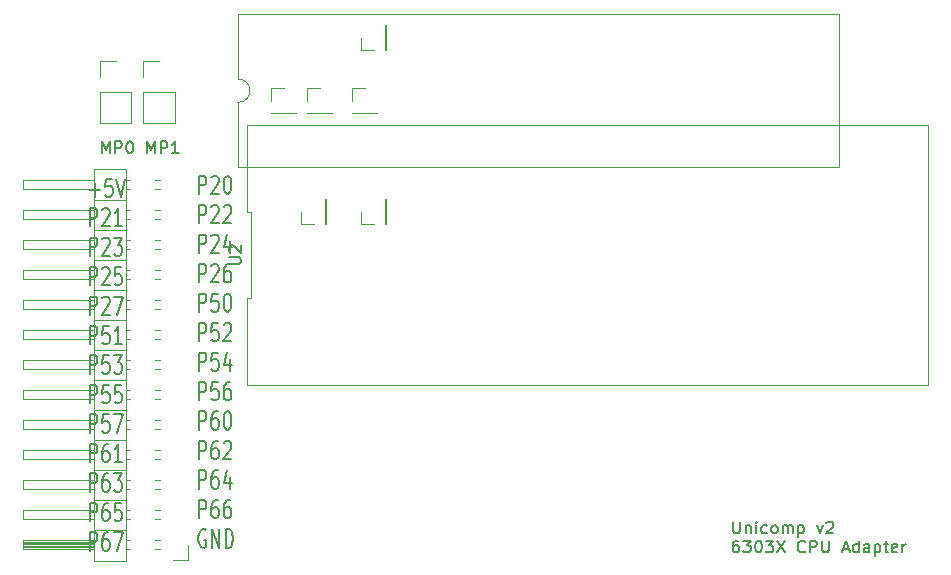
<source format=gbr>
%TF.GenerationSoftware,KiCad,Pcbnew,7.0.9-7.0.9~ubuntu20.04.1*%
%TF.CreationDate,2023-12-27T13:11:39+01:00*%
%TF.ProjectId,6303X_SDIP_Addon,36333033-585f-4534-9449-505f4164646f,rev?*%
%TF.SameCoordinates,Original*%
%TF.FileFunction,Legend,Top*%
%TF.FilePolarity,Positive*%
%FSLAX46Y46*%
G04 Gerber Fmt 4.6, Leading zero omitted, Abs format (unit mm)*
G04 Created by KiCad (PCBNEW 7.0.9-7.0.9~ubuntu20.04.1) date 2023-12-27 13:11:39*
%MOMM*%
%LPD*%
G01*
G04 APERTURE LIST*
%ADD10C,0.150000*%
%ADD11C,0.120000*%
G04 APERTURE END LIST*
D10*
X160864779Y-50410819D02*
X160864779Y-49410819D01*
X160864779Y-49410819D02*
X161198112Y-50125104D01*
X161198112Y-50125104D02*
X161531445Y-49410819D01*
X161531445Y-49410819D02*
X161531445Y-50410819D01*
X162007636Y-50410819D02*
X162007636Y-49410819D01*
X162007636Y-49410819D02*
X162388588Y-49410819D01*
X162388588Y-49410819D02*
X162483826Y-49458438D01*
X162483826Y-49458438D02*
X162531445Y-49506057D01*
X162531445Y-49506057D02*
X162579064Y-49601295D01*
X162579064Y-49601295D02*
X162579064Y-49744152D01*
X162579064Y-49744152D02*
X162531445Y-49839390D01*
X162531445Y-49839390D02*
X162483826Y-49887009D01*
X162483826Y-49887009D02*
X162388588Y-49934628D01*
X162388588Y-49934628D02*
X162007636Y-49934628D01*
X163198112Y-49410819D02*
X163293350Y-49410819D01*
X163293350Y-49410819D02*
X163388588Y-49458438D01*
X163388588Y-49458438D02*
X163436207Y-49506057D01*
X163436207Y-49506057D02*
X163483826Y-49601295D01*
X163483826Y-49601295D02*
X163531445Y-49791771D01*
X163531445Y-49791771D02*
X163531445Y-50029866D01*
X163531445Y-50029866D02*
X163483826Y-50220342D01*
X163483826Y-50220342D02*
X163436207Y-50315580D01*
X163436207Y-50315580D02*
X163388588Y-50363200D01*
X163388588Y-50363200D02*
X163293350Y-50410819D01*
X163293350Y-50410819D02*
X163198112Y-50410819D01*
X163198112Y-50410819D02*
X163102874Y-50363200D01*
X163102874Y-50363200D02*
X163055255Y-50315580D01*
X163055255Y-50315580D02*
X163007636Y-50220342D01*
X163007636Y-50220342D02*
X162960017Y-50029866D01*
X162960017Y-50029866D02*
X162960017Y-49791771D01*
X162960017Y-49791771D02*
X163007636Y-49601295D01*
X163007636Y-49601295D02*
X163055255Y-49506057D01*
X163055255Y-49506057D02*
X163102874Y-49458438D01*
X163102874Y-49458438D02*
X163198112Y-49410819D01*
X164721922Y-50410819D02*
X164721922Y-49410819D01*
X164721922Y-49410819D02*
X165055255Y-50125104D01*
X165055255Y-50125104D02*
X165388588Y-49410819D01*
X165388588Y-49410819D02*
X165388588Y-50410819D01*
X165864779Y-50410819D02*
X165864779Y-49410819D01*
X165864779Y-49410819D02*
X166245731Y-49410819D01*
X166245731Y-49410819D02*
X166340969Y-49458438D01*
X166340969Y-49458438D02*
X166388588Y-49506057D01*
X166388588Y-49506057D02*
X166436207Y-49601295D01*
X166436207Y-49601295D02*
X166436207Y-49744152D01*
X166436207Y-49744152D02*
X166388588Y-49839390D01*
X166388588Y-49839390D02*
X166340969Y-49887009D01*
X166340969Y-49887009D02*
X166245731Y-49934628D01*
X166245731Y-49934628D02*
X165864779Y-49934628D01*
X167388588Y-50410819D02*
X166817160Y-50410819D01*
X167102874Y-50410819D02*
X167102874Y-49410819D01*
X167102874Y-49410819D02*
X167007636Y-49553676D01*
X167007636Y-49553676D02*
X166912398Y-49648914D01*
X166912398Y-49648914D02*
X166817160Y-49696533D01*
X159860588Y-53516033D02*
X160698684Y-53516033D01*
X160279636Y-54106509D02*
X160279636Y-52925557D01*
X161746303Y-52556509D02*
X161222493Y-52556509D01*
X161222493Y-52556509D02*
X161170112Y-53294604D01*
X161170112Y-53294604D02*
X161222493Y-53220795D01*
X161222493Y-53220795D02*
X161327255Y-53146985D01*
X161327255Y-53146985D02*
X161589160Y-53146985D01*
X161589160Y-53146985D02*
X161693922Y-53220795D01*
X161693922Y-53220795D02*
X161746303Y-53294604D01*
X161746303Y-53294604D02*
X161798684Y-53442223D01*
X161798684Y-53442223D02*
X161798684Y-53811271D01*
X161798684Y-53811271D02*
X161746303Y-53958890D01*
X161746303Y-53958890D02*
X161693922Y-54032700D01*
X161693922Y-54032700D02*
X161589160Y-54106509D01*
X161589160Y-54106509D02*
X161327255Y-54106509D01*
X161327255Y-54106509D02*
X161222493Y-54032700D01*
X161222493Y-54032700D02*
X161170112Y-53958890D01*
X162112969Y-52556509D02*
X162479636Y-54106509D01*
X162479636Y-54106509D02*
X162846303Y-52556509D01*
X159860588Y-56602009D02*
X159860588Y-55052009D01*
X159860588Y-55052009D02*
X160279636Y-55052009D01*
X160279636Y-55052009D02*
X160384398Y-55125819D01*
X160384398Y-55125819D02*
X160436779Y-55199628D01*
X160436779Y-55199628D02*
X160489160Y-55347247D01*
X160489160Y-55347247D02*
X160489160Y-55568676D01*
X160489160Y-55568676D02*
X160436779Y-55716295D01*
X160436779Y-55716295D02*
X160384398Y-55790104D01*
X160384398Y-55790104D02*
X160279636Y-55863914D01*
X160279636Y-55863914D02*
X159860588Y-55863914D01*
X160908207Y-55199628D02*
X160960588Y-55125819D01*
X160960588Y-55125819D02*
X161065350Y-55052009D01*
X161065350Y-55052009D02*
X161327255Y-55052009D01*
X161327255Y-55052009D02*
X161432017Y-55125819D01*
X161432017Y-55125819D02*
X161484398Y-55199628D01*
X161484398Y-55199628D02*
X161536779Y-55347247D01*
X161536779Y-55347247D02*
X161536779Y-55494866D01*
X161536779Y-55494866D02*
X161484398Y-55716295D01*
X161484398Y-55716295D02*
X160855826Y-56602009D01*
X160855826Y-56602009D02*
X161536779Y-56602009D01*
X162584398Y-56602009D02*
X161955826Y-56602009D01*
X162270112Y-56602009D02*
X162270112Y-55052009D01*
X162270112Y-55052009D02*
X162165350Y-55273438D01*
X162165350Y-55273438D02*
X162060588Y-55421057D01*
X162060588Y-55421057D02*
X161955826Y-55494866D01*
X159860588Y-59097509D02*
X159860588Y-57547509D01*
X159860588Y-57547509D02*
X160279636Y-57547509D01*
X160279636Y-57547509D02*
X160384398Y-57621319D01*
X160384398Y-57621319D02*
X160436779Y-57695128D01*
X160436779Y-57695128D02*
X160489160Y-57842747D01*
X160489160Y-57842747D02*
X160489160Y-58064176D01*
X160489160Y-58064176D02*
X160436779Y-58211795D01*
X160436779Y-58211795D02*
X160384398Y-58285604D01*
X160384398Y-58285604D02*
X160279636Y-58359414D01*
X160279636Y-58359414D02*
X159860588Y-58359414D01*
X160908207Y-57695128D02*
X160960588Y-57621319D01*
X160960588Y-57621319D02*
X161065350Y-57547509D01*
X161065350Y-57547509D02*
X161327255Y-57547509D01*
X161327255Y-57547509D02*
X161432017Y-57621319D01*
X161432017Y-57621319D02*
X161484398Y-57695128D01*
X161484398Y-57695128D02*
X161536779Y-57842747D01*
X161536779Y-57842747D02*
X161536779Y-57990366D01*
X161536779Y-57990366D02*
X161484398Y-58211795D01*
X161484398Y-58211795D02*
X160855826Y-59097509D01*
X160855826Y-59097509D02*
X161536779Y-59097509D01*
X161903445Y-57547509D02*
X162584398Y-57547509D01*
X162584398Y-57547509D02*
X162217731Y-58137985D01*
X162217731Y-58137985D02*
X162374874Y-58137985D01*
X162374874Y-58137985D02*
X162479636Y-58211795D01*
X162479636Y-58211795D02*
X162532017Y-58285604D01*
X162532017Y-58285604D02*
X162584398Y-58433223D01*
X162584398Y-58433223D02*
X162584398Y-58802271D01*
X162584398Y-58802271D02*
X162532017Y-58949890D01*
X162532017Y-58949890D02*
X162479636Y-59023700D01*
X162479636Y-59023700D02*
X162374874Y-59097509D01*
X162374874Y-59097509D02*
X162060588Y-59097509D01*
X162060588Y-59097509D02*
X161955826Y-59023700D01*
X161955826Y-59023700D02*
X161903445Y-58949890D01*
X159860588Y-61593009D02*
X159860588Y-60043009D01*
X159860588Y-60043009D02*
X160279636Y-60043009D01*
X160279636Y-60043009D02*
X160384398Y-60116819D01*
X160384398Y-60116819D02*
X160436779Y-60190628D01*
X160436779Y-60190628D02*
X160489160Y-60338247D01*
X160489160Y-60338247D02*
X160489160Y-60559676D01*
X160489160Y-60559676D02*
X160436779Y-60707295D01*
X160436779Y-60707295D02*
X160384398Y-60781104D01*
X160384398Y-60781104D02*
X160279636Y-60854914D01*
X160279636Y-60854914D02*
X159860588Y-60854914D01*
X160908207Y-60190628D02*
X160960588Y-60116819D01*
X160960588Y-60116819D02*
X161065350Y-60043009D01*
X161065350Y-60043009D02*
X161327255Y-60043009D01*
X161327255Y-60043009D02*
X161432017Y-60116819D01*
X161432017Y-60116819D02*
X161484398Y-60190628D01*
X161484398Y-60190628D02*
X161536779Y-60338247D01*
X161536779Y-60338247D02*
X161536779Y-60485866D01*
X161536779Y-60485866D02*
X161484398Y-60707295D01*
X161484398Y-60707295D02*
X160855826Y-61593009D01*
X160855826Y-61593009D02*
X161536779Y-61593009D01*
X162532017Y-60043009D02*
X162008207Y-60043009D01*
X162008207Y-60043009D02*
X161955826Y-60781104D01*
X161955826Y-60781104D02*
X162008207Y-60707295D01*
X162008207Y-60707295D02*
X162112969Y-60633485D01*
X162112969Y-60633485D02*
X162374874Y-60633485D01*
X162374874Y-60633485D02*
X162479636Y-60707295D01*
X162479636Y-60707295D02*
X162532017Y-60781104D01*
X162532017Y-60781104D02*
X162584398Y-60928723D01*
X162584398Y-60928723D02*
X162584398Y-61297771D01*
X162584398Y-61297771D02*
X162532017Y-61445390D01*
X162532017Y-61445390D02*
X162479636Y-61519200D01*
X162479636Y-61519200D02*
X162374874Y-61593009D01*
X162374874Y-61593009D02*
X162112969Y-61593009D01*
X162112969Y-61593009D02*
X162008207Y-61519200D01*
X162008207Y-61519200D02*
X161955826Y-61445390D01*
X159860588Y-64088509D02*
X159860588Y-62538509D01*
X159860588Y-62538509D02*
X160279636Y-62538509D01*
X160279636Y-62538509D02*
X160384398Y-62612319D01*
X160384398Y-62612319D02*
X160436779Y-62686128D01*
X160436779Y-62686128D02*
X160489160Y-62833747D01*
X160489160Y-62833747D02*
X160489160Y-63055176D01*
X160489160Y-63055176D02*
X160436779Y-63202795D01*
X160436779Y-63202795D02*
X160384398Y-63276604D01*
X160384398Y-63276604D02*
X160279636Y-63350414D01*
X160279636Y-63350414D02*
X159860588Y-63350414D01*
X160908207Y-62686128D02*
X160960588Y-62612319D01*
X160960588Y-62612319D02*
X161065350Y-62538509D01*
X161065350Y-62538509D02*
X161327255Y-62538509D01*
X161327255Y-62538509D02*
X161432017Y-62612319D01*
X161432017Y-62612319D02*
X161484398Y-62686128D01*
X161484398Y-62686128D02*
X161536779Y-62833747D01*
X161536779Y-62833747D02*
X161536779Y-62981366D01*
X161536779Y-62981366D02*
X161484398Y-63202795D01*
X161484398Y-63202795D02*
X160855826Y-64088509D01*
X160855826Y-64088509D02*
X161536779Y-64088509D01*
X161903445Y-62538509D02*
X162636779Y-62538509D01*
X162636779Y-62538509D02*
X162165350Y-64088509D01*
X159860588Y-66584009D02*
X159860588Y-65034009D01*
X159860588Y-65034009D02*
X160279636Y-65034009D01*
X160279636Y-65034009D02*
X160384398Y-65107819D01*
X160384398Y-65107819D02*
X160436779Y-65181628D01*
X160436779Y-65181628D02*
X160489160Y-65329247D01*
X160489160Y-65329247D02*
X160489160Y-65550676D01*
X160489160Y-65550676D02*
X160436779Y-65698295D01*
X160436779Y-65698295D02*
X160384398Y-65772104D01*
X160384398Y-65772104D02*
X160279636Y-65845914D01*
X160279636Y-65845914D02*
X159860588Y-65845914D01*
X161484398Y-65034009D02*
X160960588Y-65034009D01*
X160960588Y-65034009D02*
X160908207Y-65772104D01*
X160908207Y-65772104D02*
X160960588Y-65698295D01*
X160960588Y-65698295D02*
X161065350Y-65624485D01*
X161065350Y-65624485D02*
X161327255Y-65624485D01*
X161327255Y-65624485D02*
X161432017Y-65698295D01*
X161432017Y-65698295D02*
X161484398Y-65772104D01*
X161484398Y-65772104D02*
X161536779Y-65919723D01*
X161536779Y-65919723D02*
X161536779Y-66288771D01*
X161536779Y-66288771D02*
X161484398Y-66436390D01*
X161484398Y-66436390D02*
X161432017Y-66510200D01*
X161432017Y-66510200D02*
X161327255Y-66584009D01*
X161327255Y-66584009D02*
X161065350Y-66584009D01*
X161065350Y-66584009D02*
X160960588Y-66510200D01*
X160960588Y-66510200D02*
X160908207Y-66436390D01*
X162584398Y-66584009D02*
X161955826Y-66584009D01*
X162270112Y-66584009D02*
X162270112Y-65034009D01*
X162270112Y-65034009D02*
X162165350Y-65255438D01*
X162165350Y-65255438D02*
X162060588Y-65403057D01*
X162060588Y-65403057D02*
X161955826Y-65476866D01*
X159860588Y-69079509D02*
X159860588Y-67529509D01*
X159860588Y-67529509D02*
X160279636Y-67529509D01*
X160279636Y-67529509D02*
X160384398Y-67603319D01*
X160384398Y-67603319D02*
X160436779Y-67677128D01*
X160436779Y-67677128D02*
X160489160Y-67824747D01*
X160489160Y-67824747D02*
X160489160Y-68046176D01*
X160489160Y-68046176D02*
X160436779Y-68193795D01*
X160436779Y-68193795D02*
X160384398Y-68267604D01*
X160384398Y-68267604D02*
X160279636Y-68341414D01*
X160279636Y-68341414D02*
X159860588Y-68341414D01*
X161484398Y-67529509D02*
X160960588Y-67529509D01*
X160960588Y-67529509D02*
X160908207Y-68267604D01*
X160908207Y-68267604D02*
X160960588Y-68193795D01*
X160960588Y-68193795D02*
X161065350Y-68119985D01*
X161065350Y-68119985D02*
X161327255Y-68119985D01*
X161327255Y-68119985D02*
X161432017Y-68193795D01*
X161432017Y-68193795D02*
X161484398Y-68267604D01*
X161484398Y-68267604D02*
X161536779Y-68415223D01*
X161536779Y-68415223D02*
X161536779Y-68784271D01*
X161536779Y-68784271D02*
X161484398Y-68931890D01*
X161484398Y-68931890D02*
X161432017Y-69005700D01*
X161432017Y-69005700D02*
X161327255Y-69079509D01*
X161327255Y-69079509D02*
X161065350Y-69079509D01*
X161065350Y-69079509D02*
X160960588Y-69005700D01*
X160960588Y-69005700D02*
X160908207Y-68931890D01*
X161903445Y-67529509D02*
X162584398Y-67529509D01*
X162584398Y-67529509D02*
X162217731Y-68119985D01*
X162217731Y-68119985D02*
X162374874Y-68119985D01*
X162374874Y-68119985D02*
X162479636Y-68193795D01*
X162479636Y-68193795D02*
X162532017Y-68267604D01*
X162532017Y-68267604D02*
X162584398Y-68415223D01*
X162584398Y-68415223D02*
X162584398Y-68784271D01*
X162584398Y-68784271D02*
X162532017Y-68931890D01*
X162532017Y-68931890D02*
X162479636Y-69005700D01*
X162479636Y-69005700D02*
X162374874Y-69079509D01*
X162374874Y-69079509D02*
X162060588Y-69079509D01*
X162060588Y-69079509D02*
X161955826Y-69005700D01*
X161955826Y-69005700D02*
X161903445Y-68931890D01*
X159860588Y-71575009D02*
X159860588Y-70025009D01*
X159860588Y-70025009D02*
X160279636Y-70025009D01*
X160279636Y-70025009D02*
X160384398Y-70098819D01*
X160384398Y-70098819D02*
X160436779Y-70172628D01*
X160436779Y-70172628D02*
X160489160Y-70320247D01*
X160489160Y-70320247D02*
X160489160Y-70541676D01*
X160489160Y-70541676D02*
X160436779Y-70689295D01*
X160436779Y-70689295D02*
X160384398Y-70763104D01*
X160384398Y-70763104D02*
X160279636Y-70836914D01*
X160279636Y-70836914D02*
X159860588Y-70836914D01*
X161484398Y-70025009D02*
X160960588Y-70025009D01*
X160960588Y-70025009D02*
X160908207Y-70763104D01*
X160908207Y-70763104D02*
X160960588Y-70689295D01*
X160960588Y-70689295D02*
X161065350Y-70615485D01*
X161065350Y-70615485D02*
X161327255Y-70615485D01*
X161327255Y-70615485D02*
X161432017Y-70689295D01*
X161432017Y-70689295D02*
X161484398Y-70763104D01*
X161484398Y-70763104D02*
X161536779Y-70910723D01*
X161536779Y-70910723D02*
X161536779Y-71279771D01*
X161536779Y-71279771D02*
X161484398Y-71427390D01*
X161484398Y-71427390D02*
X161432017Y-71501200D01*
X161432017Y-71501200D02*
X161327255Y-71575009D01*
X161327255Y-71575009D02*
X161065350Y-71575009D01*
X161065350Y-71575009D02*
X160960588Y-71501200D01*
X160960588Y-71501200D02*
X160908207Y-71427390D01*
X162532017Y-70025009D02*
X162008207Y-70025009D01*
X162008207Y-70025009D02*
X161955826Y-70763104D01*
X161955826Y-70763104D02*
X162008207Y-70689295D01*
X162008207Y-70689295D02*
X162112969Y-70615485D01*
X162112969Y-70615485D02*
X162374874Y-70615485D01*
X162374874Y-70615485D02*
X162479636Y-70689295D01*
X162479636Y-70689295D02*
X162532017Y-70763104D01*
X162532017Y-70763104D02*
X162584398Y-70910723D01*
X162584398Y-70910723D02*
X162584398Y-71279771D01*
X162584398Y-71279771D02*
X162532017Y-71427390D01*
X162532017Y-71427390D02*
X162479636Y-71501200D01*
X162479636Y-71501200D02*
X162374874Y-71575009D01*
X162374874Y-71575009D02*
X162112969Y-71575009D01*
X162112969Y-71575009D02*
X162008207Y-71501200D01*
X162008207Y-71501200D02*
X161955826Y-71427390D01*
X159860588Y-74070509D02*
X159860588Y-72520509D01*
X159860588Y-72520509D02*
X160279636Y-72520509D01*
X160279636Y-72520509D02*
X160384398Y-72594319D01*
X160384398Y-72594319D02*
X160436779Y-72668128D01*
X160436779Y-72668128D02*
X160489160Y-72815747D01*
X160489160Y-72815747D02*
X160489160Y-73037176D01*
X160489160Y-73037176D02*
X160436779Y-73184795D01*
X160436779Y-73184795D02*
X160384398Y-73258604D01*
X160384398Y-73258604D02*
X160279636Y-73332414D01*
X160279636Y-73332414D02*
X159860588Y-73332414D01*
X161484398Y-72520509D02*
X160960588Y-72520509D01*
X160960588Y-72520509D02*
X160908207Y-73258604D01*
X160908207Y-73258604D02*
X160960588Y-73184795D01*
X160960588Y-73184795D02*
X161065350Y-73110985D01*
X161065350Y-73110985D02*
X161327255Y-73110985D01*
X161327255Y-73110985D02*
X161432017Y-73184795D01*
X161432017Y-73184795D02*
X161484398Y-73258604D01*
X161484398Y-73258604D02*
X161536779Y-73406223D01*
X161536779Y-73406223D02*
X161536779Y-73775271D01*
X161536779Y-73775271D02*
X161484398Y-73922890D01*
X161484398Y-73922890D02*
X161432017Y-73996700D01*
X161432017Y-73996700D02*
X161327255Y-74070509D01*
X161327255Y-74070509D02*
X161065350Y-74070509D01*
X161065350Y-74070509D02*
X160960588Y-73996700D01*
X160960588Y-73996700D02*
X160908207Y-73922890D01*
X161903445Y-72520509D02*
X162636779Y-72520509D01*
X162636779Y-72520509D02*
X162165350Y-74070509D01*
X159860588Y-76566009D02*
X159860588Y-75016009D01*
X159860588Y-75016009D02*
X160279636Y-75016009D01*
X160279636Y-75016009D02*
X160384398Y-75089819D01*
X160384398Y-75089819D02*
X160436779Y-75163628D01*
X160436779Y-75163628D02*
X160489160Y-75311247D01*
X160489160Y-75311247D02*
X160489160Y-75532676D01*
X160489160Y-75532676D02*
X160436779Y-75680295D01*
X160436779Y-75680295D02*
X160384398Y-75754104D01*
X160384398Y-75754104D02*
X160279636Y-75827914D01*
X160279636Y-75827914D02*
X159860588Y-75827914D01*
X161432017Y-75016009D02*
X161222493Y-75016009D01*
X161222493Y-75016009D02*
X161117731Y-75089819D01*
X161117731Y-75089819D02*
X161065350Y-75163628D01*
X161065350Y-75163628D02*
X160960588Y-75385057D01*
X160960588Y-75385057D02*
X160908207Y-75680295D01*
X160908207Y-75680295D02*
X160908207Y-76270771D01*
X160908207Y-76270771D02*
X160960588Y-76418390D01*
X160960588Y-76418390D02*
X161012969Y-76492200D01*
X161012969Y-76492200D02*
X161117731Y-76566009D01*
X161117731Y-76566009D02*
X161327255Y-76566009D01*
X161327255Y-76566009D02*
X161432017Y-76492200D01*
X161432017Y-76492200D02*
X161484398Y-76418390D01*
X161484398Y-76418390D02*
X161536779Y-76270771D01*
X161536779Y-76270771D02*
X161536779Y-75901723D01*
X161536779Y-75901723D02*
X161484398Y-75754104D01*
X161484398Y-75754104D02*
X161432017Y-75680295D01*
X161432017Y-75680295D02*
X161327255Y-75606485D01*
X161327255Y-75606485D02*
X161117731Y-75606485D01*
X161117731Y-75606485D02*
X161012969Y-75680295D01*
X161012969Y-75680295D02*
X160960588Y-75754104D01*
X160960588Y-75754104D02*
X160908207Y-75901723D01*
X162584398Y-76566009D02*
X161955826Y-76566009D01*
X162270112Y-76566009D02*
X162270112Y-75016009D01*
X162270112Y-75016009D02*
X162165350Y-75237438D01*
X162165350Y-75237438D02*
X162060588Y-75385057D01*
X162060588Y-75385057D02*
X161955826Y-75458866D01*
X159860588Y-79061509D02*
X159860588Y-77511509D01*
X159860588Y-77511509D02*
X160279636Y-77511509D01*
X160279636Y-77511509D02*
X160384398Y-77585319D01*
X160384398Y-77585319D02*
X160436779Y-77659128D01*
X160436779Y-77659128D02*
X160489160Y-77806747D01*
X160489160Y-77806747D02*
X160489160Y-78028176D01*
X160489160Y-78028176D02*
X160436779Y-78175795D01*
X160436779Y-78175795D02*
X160384398Y-78249604D01*
X160384398Y-78249604D02*
X160279636Y-78323414D01*
X160279636Y-78323414D02*
X159860588Y-78323414D01*
X161432017Y-77511509D02*
X161222493Y-77511509D01*
X161222493Y-77511509D02*
X161117731Y-77585319D01*
X161117731Y-77585319D02*
X161065350Y-77659128D01*
X161065350Y-77659128D02*
X160960588Y-77880557D01*
X160960588Y-77880557D02*
X160908207Y-78175795D01*
X160908207Y-78175795D02*
X160908207Y-78766271D01*
X160908207Y-78766271D02*
X160960588Y-78913890D01*
X160960588Y-78913890D02*
X161012969Y-78987700D01*
X161012969Y-78987700D02*
X161117731Y-79061509D01*
X161117731Y-79061509D02*
X161327255Y-79061509D01*
X161327255Y-79061509D02*
X161432017Y-78987700D01*
X161432017Y-78987700D02*
X161484398Y-78913890D01*
X161484398Y-78913890D02*
X161536779Y-78766271D01*
X161536779Y-78766271D02*
X161536779Y-78397223D01*
X161536779Y-78397223D02*
X161484398Y-78249604D01*
X161484398Y-78249604D02*
X161432017Y-78175795D01*
X161432017Y-78175795D02*
X161327255Y-78101985D01*
X161327255Y-78101985D02*
X161117731Y-78101985D01*
X161117731Y-78101985D02*
X161012969Y-78175795D01*
X161012969Y-78175795D02*
X160960588Y-78249604D01*
X160960588Y-78249604D02*
X160908207Y-78397223D01*
X161903445Y-77511509D02*
X162584398Y-77511509D01*
X162584398Y-77511509D02*
X162217731Y-78101985D01*
X162217731Y-78101985D02*
X162374874Y-78101985D01*
X162374874Y-78101985D02*
X162479636Y-78175795D01*
X162479636Y-78175795D02*
X162532017Y-78249604D01*
X162532017Y-78249604D02*
X162584398Y-78397223D01*
X162584398Y-78397223D02*
X162584398Y-78766271D01*
X162584398Y-78766271D02*
X162532017Y-78913890D01*
X162532017Y-78913890D02*
X162479636Y-78987700D01*
X162479636Y-78987700D02*
X162374874Y-79061509D01*
X162374874Y-79061509D02*
X162060588Y-79061509D01*
X162060588Y-79061509D02*
X161955826Y-78987700D01*
X161955826Y-78987700D02*
X161903445Y-78913890D01*
X159860588Y-81557009D02*
X159860588Y-80007009D01*
X159860588Y-80007009D02*
X160279636Y-80007009D01*
X160279636Y-80007009D02*
X160384398Y-80080819D01*
X160384398Y-80080819D02*
X160436779Y-80154628D01*
X160436779Y-80154628D02*
X160489160Y-80302247D01*
X160489160Y-80302247D02*
X160489160Y-80523676D01*
X160489160Y-80523676D02*
X160436779Y-80671295D01*
X160436779Y-80671295D02*
X160384398Y-80745104D01*
X160384398Y-80745104D02*
X160279636Y-80818914D01*
X160279636Y-80818914D02*
X159860588Y-80818914D01*
X161432017Y-80007009D02*
X161222493Y-80007009D01*
X161222493Y-80007009D02*
X161117731Y-80080819D01*
X161117731Y-80080819D02*
X161065350Y-80154628D01*
X161065350Y-80154628D02*
X160960588Y-80376057D01*
X160960588Y-80376057D02*
X160908207Y-80671295D01*
X160908207Y-80671295D02*
X160908207Y-81261771D01*
X160908207Y-81261771D02*
X160960588Y-81409390D01*
X160960588Y-81409390D02*
X161012969Y-81483200D01*
X161012969Y-81483200D02*
X161117731Y-81557009D01*
X161117731Y-81557009D02*
X161327255Y-81557009D01*
X161327255Y-81557009D02*
X161432017Y-81483200D01*
X161432017Y-81483200D02*
X161484398Y-81409390D01*
X161484398Y-81409390D02*
X161536779Y-81261771D01*
X161536779Y-81261771D02*
X161536779Y-80892723D01*
X161536779Y-80892723D02*
X161484398Y-80745104D01*
X161484398Y-80745104D02*
X161432017Y-80671295D01*
X161432017Y-80671295D02*
X161327255Y-80597485D01*
X161327255Y-80597485D02*
X161117731Y-80597485D01*
X161117731Y-80597485D02*
X161012969Y-80671295D01*
X161012969Y-80671295D02*
X160960588Y-80745104D01*
X160960588Y-80745104D02*
X160908207Y-80892723D01*
X162532017Y-80007009D02*
X162008207Y-80007009D01*
X162008207Y-80007009D02*
X161955826Y-80745104D01*
X161955826Y-80745104D02*
X162008207Y-80671295D01*
X162008207Y-80671295D02*
X162112969Y-80597485D01*
X162112969Y-80597485D02*
X162374874Y-80597485D01*
X162374874Y-80597485D02*
X162479636Y-80671295D01*
X162479636Y-80671295D02*
X162532017Y-80745104D01*
X162532017Y-80745104D02*
X162584398Y-80892723D01*
X162584398Y-80892723D02*
X162584398Y-81261771D01*
X162584398Y-81261771D02*
X162532017Y-81409390D01*
X162532017Y-81409390D02*
X162479636Y-81483200D01*
X162479636Y-81483200D02*
X162374874Y-81557009D01*
X162374874Y-81557009D02*
X162112969Y-81557009D01*
X162112969Y-81557009D02*
X162008207Y-81483200D01*
X162008207Y-81483200D02*
X161955826Y-81409390D01*
X159860588Y-84052509D02*
X159860588Y-82502509D01*
X159860588Y-82502509D02*
X160279636Y-82502509D01*
X160279636Y-82502509D02*
X160384398Y-82576319D01*
X160384398Y-82576319D02*
X160436779Y-82650128D01*
X160436779Y-82650128D02*
X160489160Y-82797747D01*
X160489160Y-82797747D02*
X160489160Y-83019176D01*
X160489160Y-83019176D02*
X160436779Y-83166795D01*
X160436779Y-83166795D02*
X160384398Y-83240604D01*
X160384398Y-83240604D02*
X160279636Y-83314414D01*
X160279636Y-83314414D02*
X159860588Y-83314414D01*
X161432017Y-82502509D02*
X161222493Y-82502509D01*
X161222493Y-82502509D02*
X161117731Y-82576319D01*
X161117731Y-82576319D02*
X161065350Y-82650128D01*
X161065350Y-82650128D02*
X160960588Y-82871557D01*
X160960588Y-82871557D02*
X160908207Y-83166795D01*
X160908207Y-83166795D02*
X160908207Y-83757271D01*
X160908207Y-83757271D02*
X160960588Y-83904890D01*
X160960588Y-83904890D02*
X161012969Y-83978700D01*
X161012969Y-83978700D02*
X161117731Y-84052509D01*
X161117731Y-84052509D02*
X161327255Y-84052509D01*
X161327255Y-84052509D02*
X161432017Y-83978700D01*
X161432017Y-83978700D02*
X161484398Y-83904890D01*
X161484398Y-83904890D02*
X161536779Y-83757271D01*
X161536779Y-83757271D02*
X161536779Y-83388223D01*
X161536779Y-83388223D02*
X161484398Y-83240604D01*
X161484398Y-83240604D02*
X161432017Y-83166795D01*
X161432017Y-83166795D02*
X161327255Y-83092985D01*
X161327255Y-83092985D02*
X161117731Y-83092985D01*
X161117731Y-83092985D02*
X161012969Y-83166795D01*
X161012969Y-83166795D02*
X160960588Y-83240604D01*
X160960588Y-83240604D02*
X160908207Y-83388223D01*
X161903445Y-82502509D02*
X162636779Y-82502509D01*
X162636779Y-82502509D02*
X162165350Y-84052509D01*
X214331779Y-81587819D02*
X214331779Y-82397342D01*
X214331779Y-82397342D02*
X214379398Y-82492580D01*
X214379398Y-82492580D02*
X214427017Y-82540200D01*
X214427017Y-82540200D02*
X214522255Y-82587819D01*
X214522255Y-82587819D02*
X214712731Y-82587819D01*
X214712731Y-82587819D02*
X214807969Y-82540200D01*
X214807969Y-82540200D02*
X214855588Y-82492580D01*
X214855588Y-82492580D02*
X214903207Y-82397342D01*
X214903207Y-82397342D02*
X214903207Y-81587819D01*
X215379398Y-81921152D02*
X215379398Y-82587819D01*
X215379398Y-82016390D02*
X215427017Y-81968771D01*
X215427017Y-81968771D02*
X215522255Y-81921152D01*
X215522255Y-81921152D02*
X215665112Y-81921152D01*
X215665112Y-81921152D02*
X215760350Y-81968771D01*
X215760350Y-81968771D02*
X215807969Y-82064009D01*
X215807969Y-82064009D02*
X215807969Y-82587819D01*
X216284160Y-82587819D02*
X216284160Y-81921152D01*
X216284160Y-81587819D02*
X216236541Y-81635438D01*
X216236541Y-81635438D02*
X216284160Y-81683057D01*
X216284160Y-81683057D02*
X216331779Y-81635438D01*
X216331779Y-81635438D02*
X216284160Y-81587819D01*
X216284160Y-81587819D02*
X216284160Y-81683057D01*
X217188921Y-82540200D02*
X217093683Y-82587819D01*
X217093683Y-82587819D02*
X216903207Y-82587819D01*
X216903207Y-82587819D02*
X216807969Y-82540200D01*
X216807969Y-82540200D02*
X216760350Y-82492580D01*
X216760350Y-82492580D02*
X216712731Y-82397342D01*
X216712731Y-82397342D02*
X216712731Y-82111628D01*
X216712731Y-82111628D02*
X216760350Y-82016390D01*
X216760350Y-82016390D02*
X216807969Y-81968771D01*
X216807969Y-81968771D02*
X216903207Y-81921152D01*
X216903207Y-81921152D02*
X217093683Y-81921152D01*
X217093683Y-81921152D02*
X217188921Y-81968771D01*
X217760350Y-82587819D02*
X217665112Y-82540200D01*
X217665112Y-82540200D02*
X217617493Y-82492580D01*
X217617493Y-82492580D02*
X217569874Y-82397342D01*
X217569874Y-82397342D02*
X217569874Y-82111628D01*
X217569874Y-82111628D02*
X217617493Y-82016390D01*
X217617493Y-82016390D02*
X217665112Y-81968771D01*
X217665112Y-81968771D02*
X217760350Y-81921152D01*
X217760350Y-81921152D02*
X217903207Y-81921152D01*
X217903207Y-81921152D02*
X217998445Y-81968771D01*
X217998445Y-81968771D02*
X218046064Y-82016390D01*
X218046064Y-82016390D02*
X218093683Y-82111628D01*
X218093683Y-82111628D02*
X218093683Y-82397342D01*
X218093683Y-82397342D02*
X218046064Y-82492580D01*
X218046064Y-82492580D02*
X217998445Y-82540200D01*
X217998445Y-82540200D02*
X217903207Y-82587819D01*
X217903207Y-82587819D02*
X217760350Y-82587819D01*
X218522255Y-82587819D02*
X218522255Y-81921152D01*
X218522255Y-82016390D02*
X218569874Y-81968771D01*
X218569874Y-81968771D02*
X218665112Y-81921152D01*
X218665112Y-81921152D02*
X218807969Y-81921152D01*
X218807969Y-81921152D02*
X218903207Y-81968771D01*
X218903207Y-81968771D02*
X218950826Y-82064009D01*
X218950826Y-82064009D02*
X218950826Y-82587819D01*
X218950826Y-82064009D02*
X218998445Y-81968771D01*
X218998445Y-81968771D02*
X219093683Y-81921152D01*
X219093683Y-81921152D02*
X219236540Y-81921152D01*
X219236540Y-81921152D02*
X219331779Y-81968771D01*
X219331779Y-81968771D02*
X219379398Y-82064009D01*
X219379398Y-82064009D02*
X219379398Y-82587819D01*
X219855588Y-81921152D02*
X219855588Y-82921152D01*
X219855588Y-81968771D02*
X219950826Y-81921152D01*
X219950826Y-81921152D02*
X220141302Y-81921152D01*
X220141302Y-81921152D02*
X220236540Y-81968771D01*
X220236540Y-81968771D02*
X220284159Y-82016390D01*
X220284159Y-82016390D02*
X220331778Y-82111628D01*
X220331778Y-82111628D02*
X220331778Y-82397342D01*
X220331778Y-82397342D02*
X220284159Y-82492580D01*
X220284159Y-82492580D02*
X220236540Y-82540200D01*
X220236540Y-82540200D02*
X220141302Y-82587819D01*
X220141302Y-82587819D02*
X219950826Y-82587819D01*
X219950826Y-82587819D02*
X219855588Y-82540200D01*
X221427017Y-81921152D02*
X221665112Y-82587819D01*
X221665112Y-82587819D02*
X221903207Y-81921152D01*
X222236541Y-81683057D02*
X222284160Y-81635438D01*
X222284160Y-81635438D02*
X222379398Y-81587819D01*
X222379398Y-81587819D02*
X222617493Y-81587819D01*
X222617493Y-81587819D02*
X222712731Y-81635438D01*
X222712731Y-81635438D02*
X222760350Y-81683057D01*
X222760350Y-81683057D02*
X222807969Y-81778295D01*
X222807969Y-81778295D02*
X222807969Y-81873533D01*
X222807969Y-81873533D02*
X222760350Y-82016390D01*
X222760350Y-82016390D02*
X222188922Y-82587819D01*
X222188922Y-82587819D02*
X222807969Y-82587819D01*
X214760350Y-83197819D02*
X214569874Y-83197819D01*
X214569874Y-83197819D02*
X214474636Y-83245438D01*
X214474636Y-83245438D02*
X214427017Y-83293057D01*
X214427017Y-83293057D02*
X214331779Y-83435914D01*
X214331779Y-83435914D02*
X214284160Y-83626390D01*
X214284160Y-83626390D02*
X214284160Y-84007342D01*
X214284160Y-84007342D02*
X214331779Y-84102580D01*
X214331779Y-84102580D02*
X214379398Y-84150200D01*
X214379398Y-84150200D02*
X214474636Y-84197819D01*
X214474636Y-84197819D02*
X214665112Y-84197819D01*
X214665112Y-84197819D02*
X214760350Y-84150200D01*
X214760350Y-84150200D02*
X214807969Y-84102580D01*
X214807969Y-84102580D02*
X214855588Y-84007342D01*
X214855588Y-84007342D02*
X214855588Y-83769247D01*
X214855588Y-83769247D02*
X214807969Y-83674009D01*
X214807969Y-83674009D02*
X214760350Y-83626390D01*
X214760350Y-83626390D02*
X214665112Y-83578771D01*
X214665112Y-83578771D02*
X214474636Y-83578771D01*
X214474636Y-83578771D02*
X214379398Y-83626390D01*
X214379398Y-83626390D02*
X214331779Y-83674009D01*
X214331779Y-83674009D02*
X214284160Y-83769247D01*
X215188922Y-83197819D02*
X215807969Y-83197819D01*
X215807969Y-83197819D02*
X215474636Y-83578771D01*
X215474636Y-83578771D02*
X215617493Y-83578771D01*
X215617493Y-83578771D02*
X215712731Y-83626390D01*
X215712731Y-83626390D02*
X215760350Y-83674009D01*
X215760350Y-83674009D02*
X215807969Y-83769247D01*
X215807969Y-83769247D02*
X215807969Y-84007342D01*
X215807969Y-84007342D02*
X215760350Y-84102580D01*
X215760350Y-84102580D02*
X215712731Y-84150200D01*
X215712731Y-84150200D02*
X215617493Y-84197819D01*
X215617493Y-84197819D02*
X215331779Y-84197819D01*
X215331779Y-84197819D02*
X215236541Y-84150200D01*
X215236541Y-84150200D02*
X215188922Y-84102580D01*
X216427017Y-83197819D02*
X216522255Y-83197819D01*
X216522255Y-83197819D02*
X216617493Y-83245438D01*
X216617493Y-83245438D02*
X216665112Y-83293057D01*
X216665112Y-83293057D02*
X216712731Y-83388295D01*
X216712731Y-83388295D02*
X216760350Y-83578771D01*
X216760350Y-83578771D02*
X216760350Y-83816866D01*
X216760350Y-83816866D02*
X216712731Y-84007342D01*
X216712731Y-84007342D02*
X216665112Y-84102580D01*
X216665112Y-84102580D02*
X216617493Y-84150200D01*
X216617493Y-84150200D02*
X216522255Y-84197819D01*
X216522255Y-84197819D02*
X216427017Y-84197819D01*
X216427017Y-84197819D02*
X216331779Y-84150200D01*
X216331779Y-84150200D02*
X216284160Y-84102580D01*
X216284160Y-84102580D02*
X216236541Y-84007342D01*
X216236541Y-84007342D02*
X216188922Y-83816866D01*
X216188922Y-83816866D02*
X216188922Y-83578771D01*
X216188922Y-83578771D02*
X216236541Y-83388295D01*
X216236541Y-83388295D02*
X216284160Y-83293057D01*
X216284160Y-83293057D02*
X216331779Y-83245438D01*
X216331779Y-83245438D02*
X216427017Y-83197819D01*
X217093684Y-83197819D02*
X217712731Y-83197819D01*
X217712731Y-83197819D02*
X217379398Y-83578771D01*
X217379398Y-83578771D02*
X217522255Y-83578771D01*
X217522255Y-83578771D02*
X217617493Y-83626390D01*
X217617493Y-83626390D02*
X217665112Y-83674009D01*
X217665112Y-83674009D02*
X217712731Y-83769247D01*
X217712731Y-83769247D02*
X217712731Y-84007342D01*
X217712731Y-84007342D02*
X217665112Y-84102580D01*
X217665112Y-84102580D02*
X217617493Y-84150200D01*
X217617493Y-84150200D02*
X217522255Y-84197819D01*
X217522255Y-84197819D02*
X217236541Y-84197819D01*
X217236541Y-84197819D02*
X217141303Y-84150200D01*
X217141303Y-84150200D02*
X217093684Y-84102580D01*
X218046065Y-83197819D02*
X218712731Y-84197819D01*
X218712731Y-83197819D02*
X218046065Y-84197819D01*
X220427017Y-84102580D02*
X220379398Y-84150200D01*
X220379398Y-84150200D02*
X220236541Y-84197819D01*
X220236541Y-84197819D02*
X220141303Y-84197819D01*
X220141303Y-84197819D02*
X219998446Y-84150200D01*
X219998446Y-84150200D02*
X219903208Y-84054961D01*
X219903208Y-84054961D02*
X219855589Y-83959723D01*
X219855589Y-83959723D02*
X219807970Y-83769247D01*
X219807970Y-83769247D02*
X219807970Y-83626390D01*
X219807970Y-83626390D02*
X219855589Y-83435914D01*
X219855589Y-83435914D02*
X219903208Y-83340676D01*
X219903208Y-83340676D02*
X219998446Y-83245438D01*
X219998446Y-83245438D02*
X220141303Y-83197819D01*
X220141303Y-83197819D02*
X220236541Y-83197819D01*
X220236541Y-83197819D02*
X220379398Y-83245438D01*
X220379398Y-83245438D02*
X220427017Y-83293057D01*
X220855589Y-84197819D02*
X220855589Y-83197819D01*
X220855589Y-83197819D02*
X221236541Y-83197819D01*
X221236541Y-83197819D02*
X221331779Y-83245438D01*
X221331779Y-83245438D02*
X221379398Y-83293057D01*
X221379398Y-83293057D02*
X221427017Y-83388295D01*
X221427017Y-83388295D02*
X221427017Y-83531152D01*
X221427017Y-83531152D02*
X221379398Y-83626390D01*
X221379398Y-83626390D02*
X221331779Y-83674009D01*
X221331779Y-83674009D02*
X221236541Y-83721628D01*
X221236541Y-83721628D02*
X220855589Y-83721628D01*
X221855589Y-83197819D02*
X221855589Y-84007342D01*
X221855589Y-84007342D02*
X221903208Y-84102580D01*
X221903208Y-84102580D02*
X221950827Y-84150200D01*
X221950827Y-84150200D02*
X222046065Y-84197819D01*
X222046065Y-84197819D02*
X222236541Y-84197819D01*
X222236541Y-84197819D02*
X222331779Y-84150200D01*
X222331779Y-84150200D02*
X222379398Y-84102580D01*
X222379398Y-84102580D02*
X222427017Y-84007342D01*
X222427017Y-84007342D02*
X222427017Y-83197819D01*
X223617494Y-83912104D02*
X224093684Y-83912104D01*
X223522256Y-84197819D02*
X223855589Y-83197819D01*
X223855589Y-83197819D02*
X224188922Y-84197819D01*
X224950827Y-84197819D02*
X224950827Y-83197819D01*
X224950827Y-84150200D02*
X224855589Y-84197819D01*
X224855589Y-84197819D02*
X224665113Y-84197819D01*
X224665113Y-84197819D02*
X224569875Y-84150200D01*
X224569875Y-84150200D02*
X224522256Y-84102580D01*
X224522256Y-84102580D02*
X224474637Y-84007342D01*
X224474637Y-84007342D02*
X224474637Y-83721628D01*
X224474637Y-83721628D02*
X224522256Y-83626390D01*
X224522256Y-83626390D02*
X224569875Y-83578771D01*
X224569875Y-83578771D02*
X224665113Y-83531152D01*
X224665113Y-83531152D02*
X224855589Y-83531152D01*
X224855589Y-83531152D02*
X224950827Y-83578771D01*
X225855589Y-84197819D02*
X225855589Y-83674009D01*
X225855589Y-83674009D02*
X225807970Y-83578771D01*
X225807970Y-83578771D02*
X225712732Y-83531152D01*
X225712732Y-83531152D02*
X225522256Y-83531152D01*
X225522256Y-83531152D02*
X225427018Y-83578771D01*
X225855589Y-84150200D02*
X225760351Y-84197819D01*
X225760351Y-84197819D02*
X225522256Y-84197819D01*
X225522256Y-84197819D02*
X225427018Y-84150200D01*
X225427018Y-84150200D02*
X225379399Y-84054961D01*
X225379399Y-84054961D02*
X225379399Y-83959723D01*
X225379399Y-83959723D02*
X225427018Y-83864485D01*
X225427018Y-83864485D02*
X225522256Y-83816866D01*
X225522256Y-83816866D02*
X225760351Y-83816866D01*
X225760351Y-83816866D02*
X225855589Y-83769247D01*
X226331780Y-83531152D02*
X226331780Y-84531152D01*
X226331780Y-83578771D02*
X226427018Y-83531152D01*
X226427018Y-83531152D02*
X226617494Y-83531152D01*
X226617494Y-83531152D02*
X226712732Y-83578771D01*
X226712732Y-83578771D02*
X226760351Y-83626390D01*
X226760351Y-83626390D02*
X226807970Y-83721628D01*
X226807970Y-83721628D02*
X226807970Y-84007342D01*
X226807970Y-84007342D02*
X226760351Y-84102580D01*
X226760351Y-84102580D02*
X226712732Y-84150200D01*
X226712732Y-84150200D02*
X226617494Y-84197819D01*
X226617494Y-84197819D02*
X226427018Y-84197819D01*
X226427018Y-84197819D02*
X226331780Y-84150200D01*
X227093685Y-83531152D02*
X227474637Y-83531152D01*
X227236542Y-83197819D02*
X227236542Y-84054961D01*
X227236542Y-84054961D02*
X227284161Y-84150200D01*
X227284161Y-84150200D02*
X227379399Y-84197819D01*
X227379399Y-84197819D02*
X227474637Y-84197819D01*
X228188923Y-84150200D02*
X228093685Y-84197819D01*
X228093685Y-84197819D02*
X227903209Y-84197819D01*
X227903209Y-84197819D02*
X227807971Y-84150200D01*
X227807971Y-84150200D02*
X227760352Y-84054961D01*
X227760352Y-84054961D02*
X227760352Y-83674009D01*
X227760352Y-83674009D02*
X227807971Y-83578771D01*
X227807971Y-83578771D02*
X227903209Y-83531152D01*
X227903209Y-83531152D02*
X228093685Y-83531152D01*
X228093685Y-83531152D02*
X228188923Y-83578771D01*
X228188923Y-83578771D02*
X228236542Y-83674009D01*
X228236542Y-83674009D02*
X228236542Y-83769247D01*
X228236542Y-83769247D02*
X227760352Y-83864485D01*
X228665114Y-84197819D02*
X228665114Y-83531152D01*
X228665114Y-83721628D02*
X228712733Y-83626390D01*
X228712733Y-83626390D02*
X228760352Y-83578771D01*
X228760352Y-83578771D02*
X228855590Y-83531152D01*
X228855590Y-83531152D02*
X228950828Y-83531152D01*
X169110588Y-53856509D02*
X169110588Y-52306509D01*
X169110588Y-52306509D02*
X169529636Y-52306509D01*
X169529636Y-52306509D02*
X169634398Y-52380319D01*
X169634398Y-52380319D02*
X169686779Y-52454128D01*
X169686779Y-52454128D02*
X169739160Y-52601747D01*
X169739160Y-52601747D02*
X169739160Y-52823176D01*
X169739160Y-52823176D02*
X169686779Y-52970795D01*
X169686779Y-52970795D02*
X169634398Y-53044604D01*
X169634398Y-53044604D02*
X169529636Y-53118414D01*
X169529636Y-53118414D02*
X169110588Y-53118414D01*
X170158207Y-52454128D02*
X170210588Y-52380319D01*
X170210588Y-52380319D02*
X170315350Y-52306509D01*
X170315350Y-52306509D02*
X170577255Y-52306509D01*
X170577255Y-52306509D02*
X170682017Y-52380319D01*
X170682017Y-52380319D02*
X170734398Y-52454128D01*
X170734398Y-52454128D02*
X170786779Y-52601747D01*
X170786779Y-52601747D02*
X170786779Y-52749366D01*
X170786779Y-52749366D02*
X170734398Y-52970795D01*
X170734398Y-52970795D02*
X170105826Y-53856509D01*
X170105826Y-53856509D02*
X170786779Y-53856509D01*
X171467731Y-52306509D02*
X171572493Y-52306509D01*
X171572493Y-52306509D02*
X171677255Y-52380319D01*
X171677255Y-52380319D02*
X171729636Y-52454128D01*
X171729636Y-52454128D02*
X171782017Y-52601747D01*
X171782017Y-52601747D02*
X171834398Y-52896985D01*
X171834398Y-52896985D02*
X171834398Y-53266033D01*
X171834398Y-53266033D02*
X171782017Y-53561271D01*
X171782017Y-53561271D02*
X171729636Y-53708890D01*
X171729636Y-53708890D02*
X171677255Y-53782700D01*
X171677255Y-53782700D02*
X171572493Y-53856509D01*
X171572493Y-53856509D02*
X171467731Y-53856509D01*
X171467731Y-53856509D02*
X171362969Y-53782700D01*
X171362969Y-53782700D02*
X171310588Y-53708890D01*
X171310588Y-53708890D02*
X171258207Y-53561271D01*
X171258207Y-53561271D02*
X171205826Y-53266033D01*
X171205826Y-53266033D02*
X171205826Y-52896985D01*
X171205826Y-52896985D02*
X171258207Y-52601747D01*
X171258207Y-52601747D02*
X171310588Y-52454128D01*
X171310588Y-52454128D02*
X171362969Y-52380319D01*
X171362969Y-52380319D02*
X171467731Y-52306509D01*
X169110588Y-56352009D02*
X169110588Y-54802009D01*
X169110588Y-54802009D02*
X169529636Y-54802009D01*
X169529636Y-54802009D02*
X169634398Y-54875819D01*
X169634398Y-54875819D02*
X169686779Y-54949628D01*
X169686779Y-54949628D02*
X169739160Y-55097247D01*
X169739160Y-55097247D02*
X169739160Y-55318676D01*
X169739160Y-55318676D02*
X169686779Y-55466295D01*
X169686779Y-55466295D02*
X169634398Y-55540104D01*
X169634398Y-55540104D02*
X169529636Y-55613914D01*
X169529636Y-55613914D02*
X169110588Y-55613914D01*
X170158207Y-54949628D02*
X170210588Y-54875819D01*
X170210588Y-54875819D02*
X170315350Y-54802009D01*
X170315350Y-54802009D02*
X170577255Y-54802009D01*
X170577255Y-54802009D02*
X170682017Y-54875819D01*
X170682017Y-54875819D02*
X170734398Y-54949628D01*
X170734398Y-54949628D02*
X170786779Y-55097247D01*
X170786779Y-55097247D02*
X170786779Y-55244866D01*
X170786779Y-55244866D02*
X170734398Y-55466295D01*
X170734398Y-55466295D02*
X170105826Y-56352009D01*
X170105826Y-56352009D02*
X170786779Y-56352009D01*
X171205826Y-54949628D02*
X171258207Y-54875819D01*
X171258207Y-54875819D02*
X171362969Y-54802009D01*
X171362969Y-54802009D02*
X171624874Y-54802009D01*
X171624874Y-54802009D02*
X171729636Y-54875819D01*
X171729636Y-54875819D02*
X171782017Y-54949628D01*
X171782017Y-54949628D02*
X171834398Y-55097247D01*
X171834398Y-55097247D02*
X171834398Y-55244866D01*
X171834398Y-55244866D02*
X171782017Y-55466295D01*
X171782017Y-55466295D02*
X171153445Y-56352009D01*
X171153445Y-56352009D02*
X171834398Y-56352009D01*
X169110588Y-58847509D02*
X169110588Y-57297509D01*
X169110588Y-57297509D02*
X169529636Y-57297509D01*
X169529636Y-57297509D02*
X169634398Y-57371319D01*
X169634398Y-57371319D02*
X169686779Y-57445128D01*
X169686779Y-57445128D02*
X169739160Y-57592747D01*
X169739160Y-57592747D02*
X169739160Y-57814176D01*
X169739160Y-57814176D02*
X169686779Y-57961795D01*
X169686779Y-57961795D02*
X169634398Y-58035604D01*
X169634398Y-58035604D02*
X169529636Y-58109414D01*
X169529636Y-58109414D02*
X169110588Y-58109414D01*
X170158207Y-57445128D02*
X170210588Y-57371319D01*
X170210588Y-57371319D02*
X170315350Y-57297509D01*
X170315350Y-57297509D02*
X170577255Y-57297509D01*
X170577255Y-57297509D02*
X170682017Y-57371319D01*
X170682017Y-57371319D02*
X170734398Y-57445128D01*
X170734398Y-57445128D02*
X170786779Y-57592747D01*
X170786779Y-57592747D02*
X170786779Y-57740366D01*
X170786779Y-57740366D02*
X170734398Y-57961795D01*
X170734398Y-57961795D02*
X170105826Y-58847509D01*
X170105826Y-58847509D02*
X170786779Y-58847509D01*
X171729636Y-57814176D02*
X171729636Y-58847509D01*
X171467731Y-57223700D02*
X171205826Y-58330842D01*
X171205826Y-58330842D02*
X171886779Y-58330842D01*
X169110588Y-61343009D02*
X169110588Y-59793009D01*
X169110588Y-59793009D02*
X169529636Y-59793009D01*
X169529636Y-59793009D02*
X169634398Y-59866819D01*
X169634398Y-59866819D02*
X169686779Y-59940628D01*
X169686779Y-59940628D02*
X169739160Y-60088247D01*
X169739160Y-60088247D02*
X169739160Y-60309676D01*
X169739160Y-60309676D02*
X169686779Y-60457295D01*
X169686779Y-60457295D02*
X169634398Y-60531104D01*
X169634398Y-60531104D02*
X169529636Y-60604914D01*
X169529636Y-60604914D02*
X169110588Y-60604914D01*
X170158207Y-59940628D02*
X170210588Y-59866819D01*
X170210588Y-59866819D02*
X170315350Y-59793009D01*
X170315350Y-59793009D02*
X170577255Y-59793009D01*
X170577255Y-59793009D02*
X170682017Y-59866819D01*
X170682017Y-59866819D02*
X170734398Y-59940628D01*
X170734398Y-59940628D02*
X170786779Y-60088247D01*
X170786779Y-60088247D02*
X170786779Y-60235866D01*
X170786779Y-60235866D02*
X170734398Y-60457295D01*
X170734398Y-60457295D02*
X170105826Y-61343009D01*
X170105826Y-61343009D02*
X170786779Y-61343009D01*
X171729636Y-59793009D02*
X171520112Y-59793009D01*
X171520112Y-59793009D02*
X171415350Y-59866819D01*
X171415350Y-59866819D02*
X171362969Y-59940628D01*
X171362969Y-59940628D02*
X171258207Y-60162057D01*
X171258207Y-60162057D02*
X171205826Y-60457295D01*
X171205826Y-60457295D02*
X171205826Y-61047771D01*
X171205826Y-61047771D02*
X171258207Y-61195390D01*
X171258207Y-61195390D02*
X171310588Y-61269200D01*
X171310588Y-61269200D02*
X171415350Y-61343009D01*
X171415350Y-61343009D02*
X171624874Y-61343009D01*
X171624874Y-61343009D02*
X171729636Y-61269200D01*
X171729636Y-61269200D02*
X171782017Y-61195390D01*
X171782017Y-61195390D02*
X171834398Y-61047771D01*
X171834398Y-61047771D02*
X171834398Y-60678723D01*
X171834398Y-60678723D02*
X171782017Y-60531104D01*
X171782017Y-60531104D02*
X171729636Y-60457295D01*
X171729636Y-60457295D02*
X171624874Y-60383485D01*
X171624874Y-60383485D02*
X171415350Y-60383485D01*
X171415350Y-60383485D02*
X171310588Y-60457295D01*
X171310588Y-60457295D02*
X171258207Y-60531104D01*
X171258207Y-60531104D02*
X171205826Y-60678723D01*
X169110588Y-63838509D02*
X169110588Y-62288509D01*
X169110588Y-62288509D02*
X169529636Y-62288509D01*
X169529636Y-62288509D02*
X169634398Y-62362319D01*
X169634398Y-62362319D02*
X169686779Y-62436128D01*
X169686779Y-62436128D02*
X169739160Y-62583747D01*
X169739160Y-62583747D02*
X169739160Y-62805176D01*
X169739160Y-62805176D02*
X169686779Y-62952795D01*
X169686779Y-62952795D02*
X169634398Y-63026604D01*
X169634398Y-63026604D02*
X169529636Y-63100414D01*
X169529636Y-63100414D02*
X169110588Y-63100414D01*
X170734398Y-62288509D02*
X170210588Y-62288509D01*
X170210588Y-62288509D02*
X170158207Y-63026604D01*
X170158207Y-63026604D02*
X170210588Y-62952795D01*
X170210588Y-62952795D02*
X170315350Y-62878985D01*
X170315350Y-62878985D02*
X170577255Y-62878985D01*
X170577255Y-62878985D02*
X170682017Y-62952795D01*
X170682017Y-62952795D02*
X170734398Y-63026604D01*
X170734398Y-63026604D02*
X170786779Y-63174223D01*
X170786779Y-63174223D02*
X170786779Y-63543271D01*
X170786779Y-63543271D02*
X170734398Y-63690890D01*
X170734398Y-63690890D02*
X170682017Y-63764700D01*
X170682017Y-63764700D02*
X170577255Y-63838509D01*
X170577255Y-63838509D02*
X170315350Y-63838509D01*
X170315350Y-63838509D02*
X170210588Y-63764700D01*
X170210588Y-63764700D02*
X170158207Y-63690890D01*
X171467731Y-62288509D02*
X171572493Y-62288509D01*
X171572493Y-62288509D02*
X171677255Y-62362319D01*
X171677255Y-62362319D02*
X171729636Y-62436128D01*
X171729636Y-62436128D02*
X171782017Y-62583747D01*
X171782017Y-62583747D02*
X171834398Y-62878985D01*
X171834398Y-62878985D02*
X171834398Y-63248033D01*
X171834398Y-63248033D02*
X171782017Y-63543271D01*
X171782017Y-63543271D02*
X171729636Y-63690890D01*
X171729636Y-63690890D02*
X171677255Y-63764700D01*
X171677255Y-63764700D02*
X171572493Y-63838509D01*
X171572493Y-63838509D02*
X171467731Y-63838509D01*
X171467731Y-63838509D02*
X171362969Y-63764700D01*
X171362969Y-63764700D02*
X171310588Y-63690890D01*
X171310588Y-63690890D02*
X171258207Y-63543271D01*
X171258207Y-63543271D02*
X171205826Y-63248033D01*
X171205826Y-63248033D02*
X171205826Y-62878985D01*
X171205826Y-62878985D02*
X171258207Y-62583747D01*
X171258207Y-62583747D02*
X171310588Y-62436128D01*
X171310588Y-62436128D02*
X171362969Y-62362319D01*
X171362969Y-62362319D02*
X171467731Y-62288509D01*
X169110588Y-66334009D02*
X169110588Y-64784009D01*
X169110588Y-64784009D02*
X169529636Y-64784009D01*
X169529636Y-64784009D02*
X169634398Y-64857819D01*
X169634398Y-64857819D02*
X169686779Y-64931628D01*
X169686779Y-64931628D02*
X169739160Y-65079247D01*
X169739160Y-65079247D02*
X169739160Y-65300676D01*
X169739160Y-65300676D02*
X169686779Y-65448295D01*
X169686779Y-65448295D02*
X169634398Y-65522104D01*
X169634398Y-65522104D02*
X169529636Y-65595914D01*
X169529636Y-65595914D02*
X169110588Y-65595914D01*
X170734398Y-64784009D02*
X170210588Y-64784009D01*
X170210588Y-64784009D02*
X170158207Y-65522104D01*
X170158207Y-65522104D02*
X170210588Y-65448295D01*
X170210588Y-65448295D02*
X170315350Y-65374485D01*
X170315350Y-65374485D02*
X170577255Y-65374485D01*
X170577255Y-65374485D02*
X170682017Y-65448295D01*
X170682017Y-65448295D02*
X170734398Y-65522104D01*
X170734398Y-65522104D02*
X170786779Y-65669723D01*
X170786779Y-65669723D02*
X170786779Y-66038771D01*
X170786779Y-66038771D02*
X170734398Y-66186390D01*
X170734398Y-66186390D02*
X170682017Y-66260200D01*
X170682017Y-66260200D02*
X170577255Y-66334009D01*
X170577255Y-66334009D02*
X170315350Y-66334009D01*
X170315350Y-66334009D02*
X170210588Y-66260200D01*
X170210588Y-66260200D02*
X170158207Y-66186390D01*
X171205826Y-64931628D02*
X171258207Y-64857819D01*
X171258207Y-64857819D02*
X171362969Y-64784009D01*
X171362969Y-64784009D02*
X171624874Y-64784009D01*
X171624874Y-64784009D02*
X171729636Y-64857819D01*
X171729636Y-64857819D02*
X171782017Y-64931628D01*
X171782017Y-64931628D02*
X171834398Y-65079247D01*
X171834398Y-65079247D02*
X171834398Y-65226866D01*
X171834398Y-65226866D02*
X171782017Y-65448295D01*
X171782017Y-65448295D02*
X171153445Y-66334009D01*
X171153445Y-66334009D02*
X171834398Y-66334009D01*
X169110588Y-68829509D02*
X169110588Y-67279509D01*
X169110588Y-67279509D02*
X169529636Y-67279509D01*
X169529636Y-67279509D02*
X169634398Y-67353319D01*
X169634398Y-67353319D02*
X169686779Y-67427128D01*
X169686779Y-67427128D02*
X169739160Y-67574747D01*
X169739160Y-67574747D02*
X169739160Y-67796176D01*
X169739160Y-67796176D02*
X169686779Y-67943795D01*
X169686779Y-67943795D02*
X169634398Y-68017604D01*
X169634398Y-68017604D02*
X169529636Y-68091414D01*
X169529636Y-68091414D02*
X169110588Y-68091414D01*
X170734398Y-67279509D02*
X170210588Y-67279509D01*
X170210588Y-67279509D02*
X170158207Y-68017604D01*
X170158207Y-68017604D02*
X170210588Y-67943795D01*
X170210588Y-67943795D02*
X170315350Y-67869985D01*
X170315350Y-67869985D02*
X170577255Y-67869985D01*
X170577255Y-67869985D02*
X170682017Y-67943795D01*
X170682017Y-67943795D02*
X170734398Y-68017604D01*
X170734398Y-68017604D02*
X170786779Y-68165223D01*
X170786779Y-68165223D02*
X170786779Y-68534271D01*
X170786779Y-68534271D02*
X170734398Y-68681890D01*
X170734398Y-68681890D02*
X170682017Y-68755700D01*
X170682017Y-68755700D02*
X170577255Y-68829509D01*
X170577255Y-68829509D02*
X170315350Y-68829509D01*
X170315350Y-68829509D02*
X170210588Y-68755700D01*
X170210588Y-68755700D02*
X170158207Y-68681890D01*
X171729636Y-67796176D02*
X171729636Y-68829509D01*
X171467731Y-67205700D02*
X171205826Y-68312842D01*
X171205826Y-68312842D02*
X171886779Y-68312842D01*
X169110588Y-71325009D02*
X169110588Y-69775009D01*
X169110588Y-69775009D02*
X169529636Y-69775009D01*
X169529636Y-69775009D02*
X169634398Y-69848819D01*
X169634398Y-69848819D02*
X169686779Y-69922628D01*
X169686779Y-69922628D02*
X169739160Y-70070247D01*
X169739160Y-70070247D02*
X169739160Y-70291676D01*
X169739160Y-70291676D02*
X169686779Y-70439295D01*
X169686779Y-70439295D02*
X169634398Y-70513104D01*
X169634398Y-70513104D02*
X169529636Y-70586914D01*
X169529636Y-70586914D02*
X169110588Y-70586914D01*
X170734398Y-69775009D02*
X170210588Y-69775009D01*
X170210588Y-69775009D02*
X170158207Y-70513104D01*
X170158207Y-70513104D02*
X170210588Y-70439295D01*
X170210588Y-70439295D02*
X170315350Y-70365485D01*
X170315350Y-70365485D02*
X170577255Y-70365485D01*
X170577255Y-70365485D02*
X170682017Y-70439295D01*
X170682017Y-70439295D02*
X170734398Y-70513104D01*
X170734398Y-70513104D02*
X170786779Y-70660723D01*
X170786779Y-70660723D02*
X170786779Y-71029771D01*
X170786779Y-71029771D02*
X170734398Y-71177390D01*
X170734398Y-71177390D02*
X170682017Y-71251200D01*
X170682017Y-71251200D02*
X170577255Y-71325009D01*
X170577255Y-71325009D02*
X170315350Y-71325009D01*
X170315350Y-71325009D02*
X170210588Y-71251200D01*
X170210588Y-71251200D02*
X170158207Y-71177390D01*
X171729636Y-69775009D02*
X171520112Y-69775009D01*
X171520112Y-69775009D02*
X171415350Y-69848819D01*
X171415350Y-69848819D02*
X171362969Y-69922628D01*
X171362969Y-69922628D02*
X171258207Y-70144057D01*
X171258207Y-70144057D02*
X171205826Y-70439295D01*
X171205826Y-70439295D02*
X171205826Y-71029771D01*
X171205826Y-71029771D02*
X171258207Y-71177390D01*
X171258207Y-71177390D02*
X171310588Y-71251200D01*
X171310588Y-71251200D02*
X171415350Y-71325009D01*
X171415350Y-71325009D02*
X171624874Y-71325009D01*
X171624874Y-71325009D02*
X171729636Y-71251200D01*
X171729636Y-71251200D02*
X171782017Y-71177390D01*
X171782017Y-71177390D02*
X171834398Y-71029771D01*
X171834398Y-71029771D02*
X171834398Y-70660723D01*
X171834398Y-70660723D02*
X171782017Y-70513104D01*
X171782017Y-70513104D02*
X171729636Y-70439295D01*
X171729636Y-70439295D02*
X171624874Y-70365485D01*
X171624874Y-70365485D02*
X171415350Y-70365485D01*
X171415350Y-70365485D02*
X171310588Y-70439295D01*
X171310588Y-70439295D02*
X171258207Y-70513104D01*
X171258207Y-70513104D02*
X171205826Y-70660723D01*
X169110588Y-73820509D02*
X169110588Y-72270509D01*
X169110588Y-72270509D02*
X169529636Y-72270509D01*
X169529636Y-72270509D02*
X169634398Y-72344319D01*
X169634398Y-72344319D02*
X169686779Y-72418128D01*
X169686779Y-72418128D02*
X169739160Y-72565747D01*
X169739160Y-72565747D02*
X169739160Y-72787176D01*
X169739160Y-72787176D02*
X169686779Y-72934795D01*
X169686779Y-72934795D02*
X169634398Y-73008604D01*
X169634398Y-73008604D02*
X169529636Y-73082414D01*
X169529636Y-73082414D02*
X169110588Y-73082414D01*
X170682017Y-72270509D02*
X170472493Y-72270509D01*
X170472493Y-72270509D02*
X170367731Y-72344319D01*
X170367731Y-72344319D02*
X170315350Y-72418128D01*
X170315350Y-72418128D02*
X170210588Y-72639557D01*
X170210588Y-72639557D02*
X170158207Y-72934795D01*
X170158207Y-72934795D02*
X170158207Y-73525271D01*
X170158207Y-73525271D02*
X170210588Y-73672890D01*
X170210588Y-73672890D02*
X170262969Y-73746700D01*
X170262969Y-73746700D02*
X170367731Y-73820509D01*
X170367731Y-73820509D02*
X170577255Y-73820509D01*
X170577255Y-73820509D02*
X170682017Y-73746700D01*
X170682017Y-73746700D02*
X170734398Y-73672890D01*
X170734398Y-73672890D02*
X170786779Y-73525271D01*
X170786779Y-73525271D02*
X170786779Y-73156223D01*
X170786779Y-73156223D02*
X170734398Y-73008604D01*
X170734398Y-73008604D02*
X170682017Y-72934795D01*
X170682017Y-72934795D02*
X170577255Y-72860985D01*
X170577255Y-72860985D02*
X170367731Y-72860985D01*
X170367731Y-72860985D02*
X170262969Y-72934795D01*
X170262969Y-72934795D02*
X170210588Y-73008604D01*
X170210588Y-73008604D02*
X170158207Y-73156223D01*
X171467731Y-72270509D02*
X171572493Y-72270509D01*
X171572493Y-72270509D02*
X171677255Y-72344319D01*
X171677255Y-72344319D02*
X171729636Y-72418128D01*
X171729636Y-72418128D02*
X171782017Y-72565747D01*
X171782017Y-72565747D02*
X171834398Y-72860985D01*
X171834398Y-72860985D02*
X171834398Y-73230033D01*
X171834398Y-73230033D02*
X171782017Y-73525271D01*
X171782017Y-73525271D02*
X171729636Y-73672890D01*
X171729636Y-73672890D02*
X171677255Y-73746700D01*
X171677255Y-73746700D02*
X171572493Y-73820509D01*
X171572493Y-73820509D02*
X171467731Y-73820509D01*
X171467731Y-73820509D02*
X171362969Y-73746700D01*
X171362969Y-73746700D02*
X171310588Y-73672890D01*
X171310588Y-73672890D02*
X171258207Y-73525271D01*
X171258207Y-73525271D02*
X171205826Y-73230033D01*
X171205826Y-73230033D02*
X171205826Y-72860985D01*
X171205826Y-72860985D02*
X171258207Y-72565747D01*
X171258207Y-72565747D02*
X171310588Y-72418128D01*
X171310588Y-72418128D02*
X171362969Y-72344319D01*
X171362969Y-72344319D02*
X171467731Y-72270509D01*
X169110588Y-76316009D02*
X169110588Y-74766009D01*
X169110588Y-74766009D02*
X169529636Y-74766009D01*
X169529636Y-74766009D02*
X169634398Y-74839819D01*
X169634398Y-74839819D02*
X169686779Y-74913628D01*
X169686779Y-74913628D02*
X169739160Y-75061247D01*
X169739160Y-75061247D02*
X169739160Y-75282676D01*
X169739160Y-75282676D02*
X169686779Y-75430295D01*
X169686779Y-75430295D02*
X169634398Y-75504104D01*
X169634398Y-75504104D02*
X169529636Y-75577914D01*
X169529636Y-75577914D02*
X169110588Y-75577914D01*
X170682017Y-74766009D02*
X170472493Y-74766009D01*
X170472493Y-74766009D02*
X170367731Y-74839819D01*
X170367731Y-74839819D02*
X170315350Y-74913628D01*
X170315350Y-74913628D02*
X170210588Y-75135057D01*
X170210588Y-75135057D02*
X170158207Y-75430295D01*
X170158207Y-75430295D02*
X170158207Y-76020771D01*
X170158207Y-76020771D02*
X170210588Y-76168390D01*
X170210588Y-76168390D02*
X170262969Y-76242200D01*
X170262969Y-76242200D02*
X170367731Y-76316009D01*
X170367731Y-76316009D02*
X170577255Y-76316009D01*
X170577255Y-76316009D02*
X170682017Y-76242200D01*
X170682017Y-76242200D02*
X170734398Y-76168390D01*
X170734398Y-76168390D02*
X170786779Y-76020771D01*
X170786779Y-76020771D02*
X170786779Y-75651723D01*
X170786779Y-75651723D02*
X170734398Y-75504104D01*
X170734398Y-75504104D02*
X170682017Y-75430295D01*
X170682017Y-75430295D02*
X170577255Y-75356485D01*
X170577255Y-75356485D02*
X170367731Y-75356485D01*
X170367731Y-75356485D02*
X170262969Y-75430295D01*
X170262969Y-75430295D02*
X170210588Y-75504104D01*
X170210588Y-75504104D02*
X170158207Y-75651723D01*
X171205826Y-74913628D02*
X171258207Y-74839819D01*
X171258207Y-74839819D02*
X171362969Y-74766009D01*
X171362969Y-74766009D02*
X171624874Y-74766009D01*
X171624874Y-74766009D02*
X171729636Y-74839819D01*
X171729636Y-74839819D02*
X171782017Y-74913628D01*
X171782017Y-74913628D02*
X171834398Y-75061247D01*
X171834398Y-75061247D02*
X171834398Y-75208866D01*
X171834398Y-75208866D02*
X171782017Y-75430295D01*
X171782017Y-75430295D02*
X171153445Y-76316009D01*
X171153445Y-76316009D02*
X171834398Y-76316009D01*
X169110588Y-78811509D02*
X169110588Y-77261509D01*
X169110588Y-77261509D02*
X169529636Y-77261509D01*
X169529636Y-77261509D02*
X169634398Y-77335319D01*
X169634398Y-77335319D02*
X169686779Y-77409128D01*
X169686779Y-77409128D02*
X169739160Y-77556747D01*
X169739160Y-77556747D02*
X169739160Y-77778176D01*
X169739160Y-77778176D02*
X169686779Y-77925795D01*
X169686779Y-77925795D02*
X169634398Y-77999604D01*
X169634398Y-77999604D02*
X169529636Y-78073414D01*
X169529636Y-78073414D02*
X169110588Y-78073414D01*
X170682017Y-77261509D02*
X170472493Y-77261509D01*
X170472493Y-77261509D02*
X170367731Y-77335319D01*
X170367731Y-77335319D02*
X170315350Y-77409128D01*
X170315350Y-77409128D02*
X170210588Y-77630557D01*
X170210588Y-77630557D02*
X170158207Y-77925795D01*
X170158207Y-77925795D02*
X170158207Y-78516271D01*
X170158207Y-78516271D02*
X170210588Y-78663890D01*
X170210588Y-78663890D02*
X170262969Y-78737700D01*
X170262969Y-78737700D02*
X170367731Y-78811509D01*
X170367731Y-78811509D02*
X170577255Y-78811509D01*
X170577255Y-78811509D02*
X170682017Y-78737700D01*
X170682017Y-78737700D02*
X170734398Y-78663890D01*
X170734398Y-78663890D02*
X170786779Y-78516271D01*
X170786779Y-78516271D02*
X170786779Y-78147223D01*
X170786779Y-78147223D02*
X170734398Y-77999604D01*
X170734398Y-77999604D02*
X170682017Y-77925795D01*
X170682017Y-77925795D02*
X170577255Y-77851985D01*
X170577255Y-77851985D02*
X170367731Y-77851985D01*
X170367731Y-77851985D02*
X170262969Y-77925795D01*
X170262969Y-77925795D02*
X170210588Y-77999604D01*
X170210588Y-77999604D02*
X170158207Y-78147223D01*
X171729636Y-77778176D02*
X171729636Y-78811509D01*
X171467731Y-77187700D02*
X171205826Y-78294842D01*
X171205826Y-78294842D02*
X171886779Y-78294842D01*
X169110588Y-81307009D02*
X169110588Y-79757009D01*
X169110588Y-79757009D02*
X169529636Y-79757009D01*
X169529636Y-79757009D02*
X169634398Y-79830819D01*
X169634398Y-79830819D02*
X169686779Y-79904628D01*
X169686779Y-79904628D02*
X169739160Y-80052247D01*
X169739160Y-80052247D02*
X169739160Y-80273676D01*
X169739160Y-80273676D02*
X169686779Y-80421295D01*
X169686779Y-80421295D02*
X169634398Y-80495104D01*
X169634398Y-80495104D02*
X169529636Y-80568914D01*
X169529636Y-80568914D02*
X169110588Y-80568914D01*
X170682017Y-79757009D02*
X170472493Y-79757009D01*
X170472493Y-79757009D02*
X170367731Y-79830819D01*
X170367731Y-79830819D02*
X170315350Y-79904628D01*
X170315350Y-79904628D02*
X170210588Y-80126057D01*
X170210588Y-80126057D02*
X170158207Y-80421295D01*
X170158207Y-80421295D02*
X170158207Y-81011771D01*
X170158207Y-81011771D02*
X170210588Y-81159390D01*
X170210588Y-81159390D02*
X170262969Y-81233200D01*
X170262969Y-81233200D02*
X170367731Y-81307009D01*
X170367731Y-81307009D02*
X170577255Y-81307009D01*
X170577255Y-81307009D02*
X170682017Y-81233200D01*
X170682017Y-81233200D02*
X170734398Y-81159390D01*
X170734398Y-81159390D02*
X170786779Y-81011771D01*
X170786779Y-81011771D02*
X170786779Y-80642723D01*
X170786779Y-80642723D02*
X170734398Y-80495104D01*
X170734398Y-80495104D02*
X170682017Y-80421295D01*
X170682017Y-80421295D02*
X170577255Y-80347485D01*
X170577255Y-80347485D02*
X170367731Y-80347485D01*
X170367731Y-80347485D02*
X170262969Y-80421295D01*
X170262969Y-80421295D02*
X170210588Y-80495104D01*
X170210588Y-80495104D02*
X170158207Y-80642723D01*
X171729636Y-79757009D02*
X171520112Y-79757009D01*
X171520112Y-79757009D02*
X171415350Y-79830819D01*
X171415350Y-79830819D02*
X171362969Y-79904628D01*
X171362969Y-79904628D02*
X171258207Y-80126057D01*
X171258207Y-80126057D02*
X171205826Y-80421295D01*
X171205826Y-80421295D02*
X171205826Y-81011771D01*
X171205826Y-81011771D02*
X171258207Y-81159390D01*
X171258207Y-81159390D02*
X171310588Y-81233200D01*
X171310588Y-81233200D02*
X171415350Y-81307009D01*
X171415350Y-81307009D02*
X171624874Y-81307009D01*
X171624874Y-81307009D02*
X171729636Y-81233200D01*
X171729636Y-81233200D02*
X171782017Y-81159390D01*
X171782017Y-81159390D02*
X171834398Y-81011771D01*
X171834398Y-81011771D02*
X171834398Y-80642723D01*
X171834398Y-80642723D02*
X171782017Y-80495104D01*
X171782017Y-80495104D02*
X171729636Y-80421295D01*
X171729636Y-80421295D02*
X171624874Y-80347485D01*
X171624874Y-80347485D02*
X171415350Y-80347485D01*
X171415350Y-80347485D02*
X171310588Y-80421295D01*
X171310588Y-80421295D02*
X171258207Y-80495104D01*
X171258207Y-80495104D02*
X171205826Y-80642723D01*
X169686779Y-82326319D02*
X169582017Y-82252509D01*
X169582017Y-82252509D02*
X169424874Y-82252509D01*
X169424874Y-82252509D02*
X169267731Y-82326319D01*
X169267731Y-82326319D02*
X169162969Y-82473938D01*
X169162969Y-82473938D02*
X169110588Y-82621557D01*
X169110588Y-82621557D02*
X169058207Y-82916795D01*
X169058207Y-82916795D02*
X169058207Y-83138223D01*
X169058207Y-83138223D02*
X169110588Y-83433461D01*
X169110588Y-83433461D02*
X169162969Y-83581080D01*
X169162969Y-83581080D02*
X169267731Y-83728700D01*
X169267731Y-83728700D02*
X169424874Y-83802509D01*
X169424874Y-83802509D02*
X169529636Y-83802509D01*
X169529636Y-83802509D02*
X169686779Y-83728700D01*
X169686779Y-83728700D02*
X169739160Y-83654890D01*
X169739160Y-83654890D02*
X169739160Y-83138223D01*
X169739160Y-83138223D02*
X169529636Y-83138223D01*
X170210588Y-83802509D02*
X170210588Y-82252509D01*
X170210588Y-82252509D02*
X170839160Y-83802509D01*
X170839160Y-83802509D02*
X170839160Y-82252509D01*
X171362969Y-83802509D02*
X171362969Y-82252509D01*
X171362969Y-82252509D02*
X171624874Y-82252509D01*
X171624874Y-82252509D02*
X171782017Y-82326319D01*
X171782017Y-82326319D02*
X171886779Y-82473938D01*
X171886779Y-82473938D02*
X171939160Y-82621557D01*
X171939160Y-82621557D02*
X171991541Y-82916795D01*
X171991541Y-82916795D02*
X171991541Y-83138223D01*
X171991541Y-83138223D02*
X171939160Y-83433461D01*
X171939160Y-83433461D02*
X171886779Y-83581080D01*
X171886779Y-83581080D02*
X171782017Y-83728700D01*
X171782017Y-83728700D02*
X171624874Y-83802509D01*
X171624874Y-83802509D02*
X171362969Y-83802509D01*
X171646819Y-59786904D02*
X172456342Y-59786904D01*
X172456342Y-59786904D02*
X172551580Y-59739285D01*
X172551580Y-59739285D02*
X172599200Y-59691666D01*
X172599200Y-59691666D02*
X172646819Y-59596428D01*
X172646819Y-59596428D02*
X172646819Y-59405952D01*
X172646819Y-59405952D02*
X172599200Y-59310714D01*
X172599200Y-59310714D02*
X172551580Y-59263095D01*
X172551580Y-59263095D02*
X172456342Y-59215476D01*
X172456342Y-59215476D02*
X171646819Y-59215476D01*
X171742057Y-58786904D02*
X171694438Y-58739285D01*
X171694438Y-58739285D02*
X171646819Y-58644047D01*
X171646819Y-58644047D02*
X171646819Y-58405952D01*
X171646819Y-58405952D02*
X171694438Y-58310714D01*
X171694438Y-58310714D02*
X171742057Y-58263095D01*
X171742057Y-58263095D02*
X171837295Y-58215476D01*
X171837295Y-58215476D02*
X171932533Y-58215476D01*
X171932533Y-58215476D02*
X172075390Y-58263095D01*
X172075390Y-58263095D02*
X172646819Y-58834523D01*
X172646819Y-58834523D02*
X172646819Y-58215476D01*
D11*
%TO.C,JP1*%
X160722000Y-42612000D02*
X162052000Y-42612000D01*
X160722000Y-43942000D02*
X160722000Y-42612000D01*
X160722000Y-45212000D02*
X160722000Y-47812000D01*
X160722000Y-45212000D02*
X163382000Y-45212000D01*
X160722000Y-47812000D02*
X163382000Y-47812000D01*
X163382000Y-45212000D02*
X163382000Y-47812000D01*
%TO.C,J4*%
X182836000Y-41700000D02*
X182836000Y-40640000D01*
X183896000Y-41700000D02*
X182836000Y-41700000D01*
X184896000Y-41700000D02*
X184956000Y-41700000D01*
X184896000Y-41700000D02*
X184896000Y-39580000D01*
X184956000Y-41700000D02*
X184956000Y-39580000D01*
X184896000Y-39580000D02*
X184956000Y-39580000D01*
%TO.C,U3*%
X172406000Y-51570400D02*
X223326000Y-51570400D01*
X223326000Y-51570400D02*
X223326000Y-38650400D01*
X172406000Y-46110400D02*
X172406000Y-51570400D01*
X172406000Y-38650400D02*
X172406000Y-44110400D01*
X223326000Y-38650400D02*
X172406000Y-38650400D01*
X172406000Y-46110400D02*
G75*
G03*
X172406000Y-44110400I0J1000000D01*
G01*
%TO.C,J1*%
X168148000Y-84836000D02*
X166878000Y-84836000D01*
X168148000Y-83566000D02*
X168148000Y-84836000D01*
X165835071Y-81406000D02*
X165380929Y-81406000D01*
X165835071Y-80646000D02*
X165380929Y-80646000D01*
X165835071Y-78866000D02*
X165380929Y-78866000D01*
X165835071Y-78106000D02*
X165380929Y-78106000D01*
X165835071Y-76326000D02*
X165380929Y-76326000D01*
X165835071Y-75566000D02*
X165380929Y-75566000D01*
X165835071Y-73786000D02*
X165380929Y-73786000D01*
X165835071Y-73026000D02*
X165380929Y-73026000D01*
X165835071Y-71246000D02*
X165380929Y-71246000D01*
X165835071Y-70486000D02*
X165380929Y-70486000D01*
X165835071Y-68706000D02*
X165380929Y-68706000D01*
X165835071Y-67946000D02*
X165380929Y-67946000D01*
X165835071Y-66166000D02*
X165380929Y-66166000D01*
X165835071Y-65406000D02*
X165380929Y-65406000D01*
X165835071Y-63626000D02*
X165380929Y-63626000D01*
X165835071Y-62866000D02*
X165380929Y-62866000D01*
X165835071Y-61086000D02*
X165380929Y-61086000D01*
X165835071Y-60326000D02*
X165380929Y-60326000D01*
X165835071Y-58546000D02*
X165380929Y-58546000D01*
X165835071Y-57786000D02*
X165380929Y-57786000D01*
X165835071Y-56006000D02*
X165380929Y-56006000D01*
X165835071Y-55246000D02*
X165380929Y-55246000D01*
X165835071Y-53466000D02*
X165380929Y-53466000D01*
X165835071Y-52706000D02*
X165380929Y-52706000D01*
X165768000Y-83946000D02*
X165380929Y-83946000D01*
X165768000Y-83186000D02*
X165380929Y-83186000D01*
X163295071Y-83946000D02*
X162898000Y-83946000D01*
X163295071Y-83186000D02*
X162898000Y-83186000D01*
X163295071Y-81406000D02*
X162898000Y-81406000D01*
X163295071Y-80646000D02*
X162898000Y-80646000D01*
X163295071Y-78866000D02*
X162898000Y-78866000D01*
X163295071Y-78106000D02*
X162898000Y-78106000D01*
X163295071Y-76326000D02*
X162898000Y-76326000D01*
X163295071Y-75566000D02*
X162898000Y-75566000D01*
X163295071Y-73786000D02*
X162898000Y-73786000D01*
X163295071Y-73026000D02*
X162898000Y-73026000D01*
X163295071Y-71246000D02*
X162898000Y-71246000D01*
X163295071Y-70486000D02*
X162898000Y-70486000D01*
X163295071Y-68706000D02*
X162898000Y-68706000D01*
X163295071Y-67946000D02*
X162898000Y-67946000D01*
X163295071Y-66166000D02*
X162898000Y-66166000D01*
X163295071Y-65406000D02*
X162898000Y-65406000D01*
X163295071Y-63626000D02*
X162898000Y-63626000D01*
X163295071Y-62866000D02*
X162898000Y-62866000D01*
X163295071Y-61086000D02*
X162898000Y-61086000D01*
X163295071Y-60326000D02*
X162898000Y-60326000D01*
X163295071Y-58546000D02*
X162898000Y-58546000D01*
X163295071Y-57786000D02*
X162898000Y-57786000D01*
X163295071Y-56006000D02*
X162898000Y-56006000D01*
X163295071Y-55246000D02*
X162898000Y-55246000D01*
X163295071Y-53466000D02*
X162898000Y-53466000D01*
X163295071Y-52706000D02*
X162898000Y-52706000D01*
X162898000Y-84896000D02*
X162898000Y-51756000D01*
X162898000Y-82296000D02*
X160238000Y-82296000D01*
X162898000Y-79756000D02*
X160238000Y-79756000D01*
X162898000Y-77216000D02*
X160238000Y-77216000D01*
X162898000Y-74676000D02*
X160238000Y-74676000D01*
X162898000Y-72136000D02*
X160238000Y-72136000D01*
X162898000Y-69596000D02*
X160238000Y-69596000D01*
X162898000Y-67056000D02*
X160238000Y-67056000D01*
X162898000Y-64516000D02*
X160238000Y-64516000D01*
X162898000Y-61976000D02*
X160238000Y-61976000D01*
X162898000Y-59436000D02*
X160238000Y-59436000D01*
X162898000Y-56896000D02*
X160238000Y-56896000D01*
X162898000Y-54356000D02*
X160238000Y-54356000D01*
X162898000Y-51756000D02*
X160238000Y-51756000D01*
X160238000Y-84896000D02*
X162898000Y-84896000D01*
X160238000Y-83946000D02*
X154238000Y-83946000D01*
X160238000Y-83886000D02*
X154238000Y-83886000D01*
X160238000Y-83766000D02*
X154238000Y-83766000D01*
X160238000Y-83646000D02*
X154238000Y-83646000D01*
X160238000Y-83526000D02*
X154238000Y-83526000D01*
X160238000Y-83406000D02*
X154238000Y-83406000D01*
X160238000Y-83286000D02*
X154238000Y-83286000D01*
X160238000Y-81406000D02*
X154238000Y-81406000D01*
X160238000Y-78866000D02*
X154238000Y-78866000D01*
X160238000Y-76326000D02*
X154238000Y-76326000D01*
X160238000Y-73786000D02*
X154238000Y-73786000D01*
X160238000Y-71246000D02*
X154238000Y-71246000D01*
X160238000Y-68706000D02*
X154238000Y-68706000D01*
X160238000Y-66166000D02*
X154238000Y-66166000D01*
X160238000Y-63626000D02*
X154238000Y-63626000D01*
X160238000Y-61086000D02*
X154238000Y-61086000D01*
X160238000Y-58546000D02*
X154238000Y-58546000D01*
X160238000Y-56006000D02*
X154238000Y-56006000D01*
X160238000Y-53466000D02*
X154238000Y-53466000D01*
X160238000Y-51756000D02*
X160238000Y-84896000D01*
X154238000Y-83946000D02*
X154238000Y-83186000D01*
X154238000Y-83186000D02*
X160238000Y-83186000D01*
X154238000Y-81406000D02*
X154238000Y-80646000D01*
X154238000Y-80646000D02*
X160238000Y-80646000D01*
X154238000Y-78866000D02*
X154238000Y-78106000D01*
X154238000Y-78106000D02*
X160238000Y-78106000D01*
X154238000Y-76326000D02*
X154238000Y-75566000D01*
X154238000Y-75566000D02*
X160238000Y-75566000D01*
X154238000Y-73786000D02*
X154238000Y-73026000D01*
X154238000Y-73026000D02*
X160238000Y-73026000D01*
X154238000Y-71246000D02*
X154238000Y-70486000D01*
X154238000Y-70486000D02*
X160238000Y-70486000D01*
X154238000Y-68706000D02*
X154238000Y-67946000D01*
X154238000Y-67946000D02*
X160238000Y-67946000D01*
X154238000Y-66166000D02*
X154238000Y-65406000D01*
X154238000Y-65406000D02*
X160238000Y-65406000D01*
X154238000Y-63626000D02*
X154238000Y-62866000D01*
X154238000Y-62866000D02*
X160238000Y-62866000D01*
X154238000Y-61086000D02*
X154238000Y-60326000D01*
X154238000Y-60326000D02*
X160238000Y-60326000D01*
X154238000Y-58546000D02*
X154238000Y-57786000D01*
X154238000Y-57786000D02*
X160238000Y-57786000D01*
X154238000Y-56006000D02*
X154238000Y-55246000D01*
X154238000Y-55246000D02*
X160238000Y-55246000D01*
X154238000Y-53466000D02*
X154238000Y-52706000D01*
X154238000Y-52706000D02*
X160238000Y-52706000D01*
%TO.C,U2*%
X230810000Y-70050000D02*
X230810000Y-48000001D01*
X173192000Y-70049999D02*
X230810000Y-70050000D01*
X173192000Y-62699999D02*
X173192000Y-70049999D01*
X173552000Y-62699999D02*
X173192000Y-62699999D01*
X173192000Y-55350000D02*
X173552000Y-55350000D01*
X173552000Y-55350000D02*
X173552000Y-62699999D01*
X230810000Y-48000001D02*
X173192000Y-48000000D01*
X173192000Y-48000000D02*
X173192000Y-55350000D01*
%TO.C,JP2*%
X164379600Y-42612000D02*
X165709600Y-42612000D01*
X164379600Y-43942000D02*
X164379600Y-42612000D01*
X164379600Y-45212000D02*
X164379600Y-47812000D01*
X164379600Y-45212000D02*
X167039600Y-45212000D01*
X164379600Y-47812000D02*
X167039600Y-47812000D01*
X167039600Y-45212000D02*
X167039600Y-47812000D01*
%TO.C,J7*%
X182074000Y-44914000D02*
X183134000Y-44914000D01*
X182074000Y-45974000D02*
X182074000Y-44914000D01*
X182074000Y-46974000D02*
X182074000Y-47034000D01*
X182074000Y-46974000D02*
X184194000Y-46974000D01*
X182074000Y-47034000D02*
X184194000Y-47034000D01*
X184194000Y-46974000D02*
X184194000Y-47034000D01*
%TO.C,J6*%
X182836000Y-56432000D02*
X182836000Y-55372000D01*
X183896000Y-56432000D02*
X182836000Y-56432000D01*
X184896000Y-56432000D02*
X184956000Y-56432000D01*
X184896000Y-56432000D02*
X184896000Y-54312000D01*
X184956000Y-56432000D02*
X184956000Y-54312000D01*
X184896000Y-54312000D02*
X184956000Y-54312000D01*
%TO.C,J9*%
X178264000Y-44914000D02*
X179324000Y-44914000D01*
X178264000Y-45974000D02*
X178264000Y-44914000D01*
X178264000Y-46974000D02*
X178264000Y-47034000D01*
X178264000Y-46974000D02*
X180384000Y-46974000D01*
X178264000Y-47034000D02*
X180384000Y-47034000D01*
X180384000Y-46974000D02*
X180384000Y-47034000D01*
%TO.C,J8*%
X175216000Y-44914000D02*
X176276000Y-44914000D01*
X175216000Y-45974000D02*
X175216000Y-44914000D01*
X175216000Y-46974000D02*
X175216000Y-47034000D01*
X175216000Y-46974000D02*
X177336000Y-46974000D01*
X175216000Y-47034000D02*
X177336000Y-47034000D01*
X177336000Y-46974000D02*
X177336000Y-47034000D01*
%TO.C,J3*%
X177756000Y-56432000D02*
X177756000Y-55372000D01*
X178816000Y-56432000D02*
X177756000Y-56432000D01*
X179816000Y-56432000D02*
X179876000Y-56432000D01*
X179816000Y-56432000D02*
X179816000Y-54312000D01*
X179876000Y-56432000D02*
X179876000Y-54312000D01*
X179816000Y-54312000D02*
X179876000Y-54312000D01*
%TD*%
M02*

</source>
